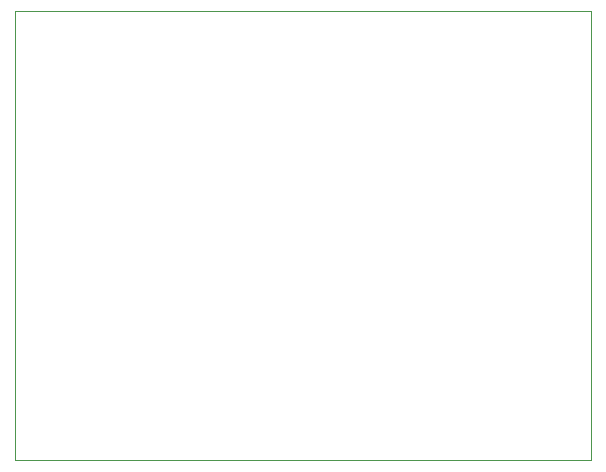
<source format=gko>
G04 (created by PCBNEW (2013-mar-13)-testing) date Tue 09 Jul 2013 08:38:35 AM EDT*
%MOIN*%
G04 Gerber Fmt 3.4, Leading zero omitted, Abs format*
%FSLAX34Y34*%
G01*
G70*
G90*
G04 APERTURE LIST*
%ADD10C,0.005906*%
%ADD11C,0.003937*%
G04 APERTURE END LIST*
G54D10*
G54D11*
X48137Y-60531D02*
X48137Y-45570D01*
X67330Y-60531D02*
X48137Y-60531D01*
X67330Y-45570D02*
X67330Y-60531D01*
X48137Y-45570D02*
X67330Y-45570D01*
M02*

</source>
